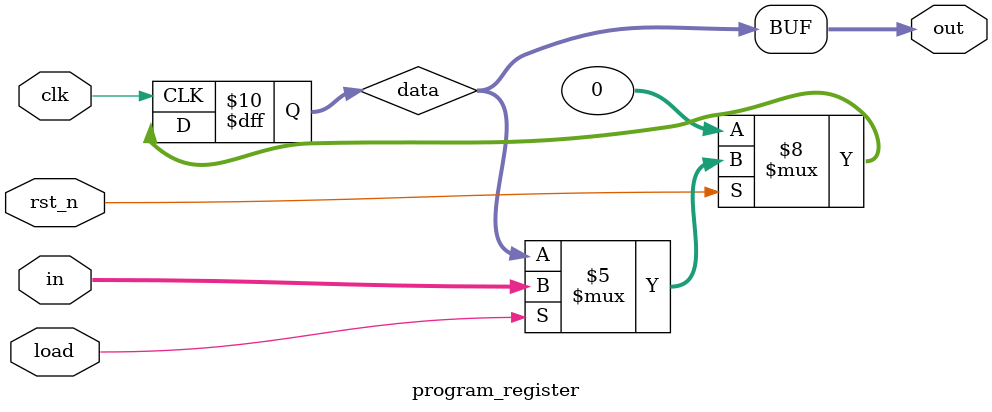
<source format=sv>
/*
 * Program Register
 *
 * Configurable-width register with load enable and reset value
 *
 * This module implements a general-purpose register used for processor
 * state elements such as the Instruction Register (IR), Program Counter (PC),
 * Memory Address Register (MAR), and Memory Data Register (MDR).
 *
 * Features:
 *   - Parameterizable width (default 32 bits)
 *   - Parameterizable initial/reset value
 *   - Load enable control for selective updates
 *   - Synchronous operation with active-low reset
 *
 * 20210612
 */

module program_register (
  clk,
  rst_n,
  in,
  out,
  load
);

  parameter WIDTH=32;
  parameter INIT=0;

  input wire clk;
  input wire rst_n;
  input wire [WIDTH-1:0] in;
  input wire load;

  output wire [WIDTH-1:0] out;

  reg [WIDTH-1:0] data;

  assign out = data;

  initial begin
    data = 0;
  end

  always @ (posedge clk) begin
    if (!rst_n) begin
      data <= INIT;
    end
    else if (load) begin
      data <= in;
    end
    else begin
      data <= data;
    end
  end
endmodule : program_register

</source>
